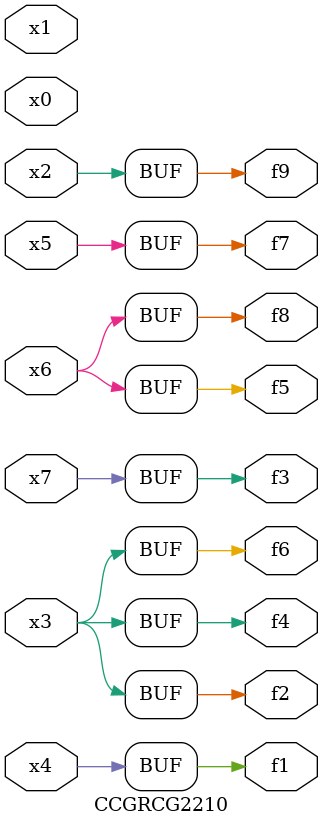
<source format=v>
module CCGRCG2210(
	input x0, x1, x2, x3, x4, x5, x6, x7,
	output f1, f2, f3, f4, f5, f6, f7, f8, f9
);
	assign f1 = x4;
	assign f2 = x3;
	assign f3 = x7;
	assign f4 = x3;
	assign f5 = x6;
	assign f6 = x3;
	assign f7 = x5;
	assign f8 = x6;
	assign f9 = x2;
endmodule

</source>
